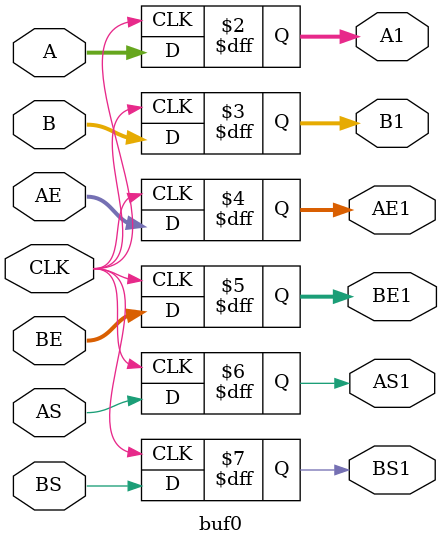
<source format=v>
`timescale 1ns / 1ps
module buf0(
    input [23:0] A,
    input [23:0] B,
    input [7:0] AE,
    input [7:0] BE,
    input AS,
    input BS,
	 input CLK,
    output reg [23:0] A1,
    output reg [23:0] B1,
    output reg [7:0] AE1,
    output reg [7:0] BE1,
    output reg AS1,
    output reg BS1
    );
always @(posedge CLK) begin
A1<=A;
B1<=B;
AE1<=AE;
BE1<=BE;
AS1<=AS;
BS1<=BS;
end
endmodule

</source>
